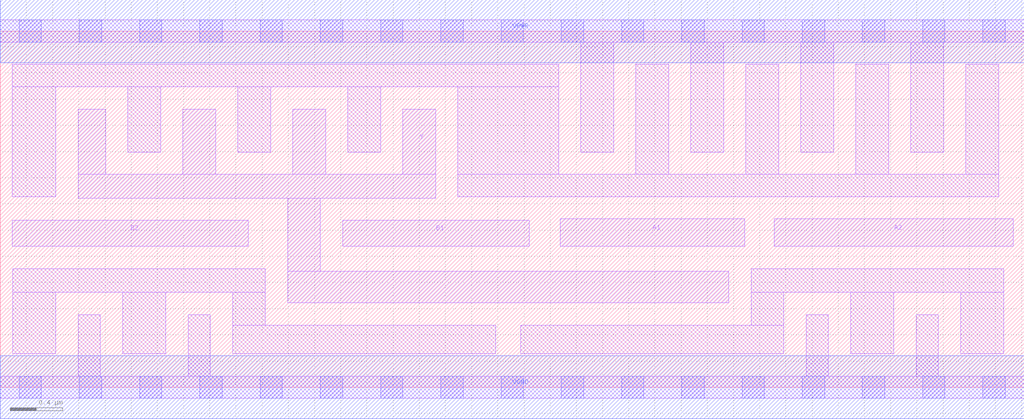
<source format=lef>
# Copyright 2020 The SkyWater PDK Authors
#
# Licensed under the Apache License, Version 2.0 (the "License");
# you may not use this file except in compliance with the License.
# You may obtain a copy of the License at
#
#     https://www.apache.org/licenses/LICENSE-2.0
#
# Unless required by applicable law or agreed to in writing, software
# distributed under the License is distributed on an "AS IS" BASIS,
# WITHOUT WARRANTIES OR CONDITIONS OF ANY KIND, either express or implied.
# See the License for the specific language governing permissions and
# limitations under the License.
#
# SPDX-License-Identifier: Apache-2.0

VERSION 5.7 ;
  NAMESCASESENSITIVE ON ;
  NOWIREEXTENSIONATPIN ON ;
  DIVIDERCHAR "/" ;
  BUSBITCHARS "[]" ;
UNITS
  DATABASE MICRONS 200 ;
END UNITS
MACRO sky130_fd_sc_hd__a22oi_4
  CLASS CORE ;
  SOURCE USER ;
  FOREIGN sky130_fd_sc_hd__a22oi_4 ;
  ORIGIN  0.000000  0.000000 ;
  SIZE  7.820000 BY  2.720000 ;
  SYMMETRY X Y R90 ;
  SITE unithd ;
  PIN A1
    ANTENNAGATEAREA  0.990000 ;
    DIRECTION INPUT ;
    USE SIGNAL ;
    PORT
      LAYER li1 ;
        RECT 4.275000 1.075000 5.685000 1.285000 ;
    END
  END A1
  PIN A2
    ANTENNAGATEAREA  0.990000 ;
    DIRECTION INPUT ;
    USE SIGNAL ;
    PORT
      LAYER li1 ;
        RECT 5.910000 1.075000 7.735000 1.285000 ;
    END
  END A2
  PIN B1
    ANTENNAGATEAREA  0.990000 ;
    DIRECTION INPUT ;
    USE SIGNAL ;
    PORT
      LAYER li1 ;
        RECT 2.615000 1.075000 4.040000 1.275000 ;
    END
  END B1
  PIN B2
    ANTENNAGATEAREA  0.990000 ;
    DIRECTION INPUT ;
    USE SIGNAL ;
    PORT
      LAYER li1 ;
        RECT 0.090000 1.075000 1.895000 1.275000 ;
    END
  END B2
  PIN Y
    ANTENNADIFFAREA  1.782000 ;
    DIRECTION OUTPUT ;
    USE SIGNAL ;
    PORT
      LAYER li1 ;
        RECT 0.595000 1.445000 3.325000 1.625000 ;
        RECT 0.595000 1.625000 0.805000 2.125000 ;
        RECT 1.395000 1.625000 1.645000 2.125000 ;
        RECT 2.195000 0.645000 5.565000 0.885000 ;
        RECT 2.195000 0.885000 2.445000 1.445000 ;
        RECT 2.235000 1.625000 2.485000 2.125000 ;
        RECT 3.075000 1.625000 3.325000 2.125000 ;
    END
  END Y
  PIN VGND
    DIRECTION INOUT ;
    SHAPE ABUTMENT ;
    USE GROUND ;
    PORT
      LAYER met1 ;
        RECT 0.000000 -0.240000 7.820000 0.240000 ;
    END
  END VGND
  PIN VPWR
    DIRECTION INOUT ;
    SHAPE ABUTMENT ;
    USE POWER ;
    PORT
      LAYER met1 ;
        RECT 0.000000 2.480000 7.820000 2.960000 ;
    END
  END VPWR
  OBS
    LAYER li1 ;
      RECT 0.000000 -0.085000 7.820000 0.085000 ;
      RECT 0.000000  2.635000 7.820000 2.805000 ;
      RECT 0.090000  1.455000 0.425000 2.295000 ;
      RECT 0.090000  2.295000 4.265000 2.465000 ;
      RECT 0.095000  0.255000 0.425000 0.725000 ;
      RECT 0.095000  0.725000 2.025000 0.905000 ;
      RECT 0.595000  0.085000 0.765000 0.555000 ;
      RECT 0.935000  0.255000 1.265000 0.725000 ;
      RECT 0.975000  1.795000 1.225000 2.295000 ;
      RECT 1.435000  0.085000 1.605000 0.555000 ;
      RECT 1.775000  0.255000 3.785000 0.475000 ;
      RECT 1.775000  0.475000 2.025000 0.725000 ;
      RECT 1.815000  1.795000 2.065000 2.295000 ;
      RECT 2.655000  1.795000 2.905000 2.295000 ;
      RECT 3.495000  1.455000 7.625000 1.625000 ;
      RECT 3.495000  1.625000 4.265000 2.295000 ;
      RECT 3.975000  0.255000 5.985000 0.475000 ;
      RECT 4.435000  1.795000 4.685000 2.635000 ;
      RECT 4.855000  1.625000 5.105000 2.465000 ;
      RECT 5.275000  1.795000 5.525000 2.635000 ;
      RECT 5.695000  1.625000 5.945000 2.465000 ;
      RECT 5.735000  0.475000 5.985000 0.725000 ;
      RECT 5.735000  0.725000 7.665000 0.905000 ;
      RECT 6.115000  1.795000 6.365000 2.635000 ;
      RECT 6.155000  0.085000 6.325000 0.555000 ;
      RECT 6.495000  0.255000 6.825000 0.725000 ;
      RECT 6.535000  1.625000 6.785000 2.465000 ;
      RECT 6.955000  1.795000 7.205000 2.635000 ;
      RECT 6.995000  0.085000 7.165000 0.555000 ;
      RECT 7.335000  0.255000 7.665000 0.725000 ;
      RECT 7.375000  1.625000 7.625000 2.465000 ;
    LAYER mcon ;
      RECT 0.145000 -0.085000 0.315000 0.085000 ;
      RECT 0.145000  2.635000 0.315000 2.805000 ;
      RECT 0.605000 -0.085000 0.775000 0.085000 ;
      RECT 0.605000  2.635000 0.775000 2.805000 ;
      RECT 1.065000 -0.085000 1.235000 0.085000 ;
      RECT 1.065000  2.635000 1.235000 2.805000 ;
      RECT 1.525000 -0.085000 1.695000 0.085000 ;
      RECT 1.525000  2.635000 1.695000 2.805000 ;
      RECT 1.985000 -0.085000 2.155000 0.085000 ;
      RECT 1.985000  2.635000 2.155000 2.805000 ;
      RECT 2.445000 -0.085000 2.615000 0.085000 ;
      RECT 2.445000  2.635000 2.615000 2.805000 ;
      RECT 2.905000 -0.085000 3.075000 0.085000 ;
      RECT 2.905000  2.635000 3.075000 2.805000 ;
      RECT 3.365000 -0.085000 3.535000 0.085000 ;
      RECT 3.365000  2.635000 3.535000 2.805000 ;
      RECT 3.825000 -0.085000 3.995000 0.085000 ;
      RECT 3.825000  2.635000 3.995000 2.805000 ;
      RECT 4.285000 -0.085000 4.455000 0.085000 ;
      RECT 4.285000  2.635000 4.455000 2.805000 ;
      RECT 4.745000 -0.085000 4.915000 0.085000 ;
      RECT 4.745000  2.635000 4.915000 2.805000 ;
      RECT 5.205000 -0.085000 5.375000 0.085000 ;
      RECT 5.205000  2.635000 5.375000 2.805000 ;
      RECT 5.665000 -0.085000 5.835000 0.085000 ;
      RECT 5.665000  2.635000 5.835000 2.805000 ;
      RECT 6.125000 -0.085000 6.295000 0.085000 ;
      RECT 6.125000  2.635000 6.295000 2.805000 ;
      RECT 6.585000 -0.085000 6.755000 0.085000 ;
      RECT 6.585000  2.635000 6.755000 2.805000 ;
      RECT 7.045000 -0.085000 7.215000 0.085000 ;
      RECT 7.045000  2.635000 7.215000 2.805000 ;
      RECT 7.505000 -0.085000 7.675000 0.085000 ;
      RECT 7.505000  2.635000 7.675000 2.805000 ;
  END
END sky130_fd_sc_hd__a22oi_4
END LIBRARY

</source>
